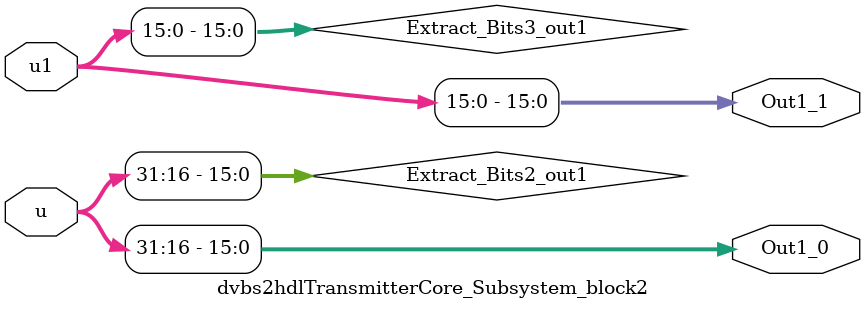
<source format=v>



`timescale 1 ns / 1 ns

module dvbs2hdlTransmitterCore_Subsystem_block2
          (u,
           u1,
           Out1_0,
           Out1_1);


  input   [31:0] u;  // uint32
  input   [31:0] u1;  // uint32
  output  [15:0] Out1_0;  // uint16
  output  [15:0] Out1_1;  // uint16


  wire [15:0] Extract_Bits2_out1;  // uint16
  wire [15:0] Extract_Bits3_out1;  // uint16


  assign Extract_Bits2_out1 = u[31:16];



  assign Out1_0 = Extract_Bits2_out1;

  assign Extract_Bits3_out1 = u1[15:0];



  assign Out1_1 = Extract_Bits3_out1;

endmodule  // dvbs2hdlTransmitterCore_Subsystem_block2


</source>
